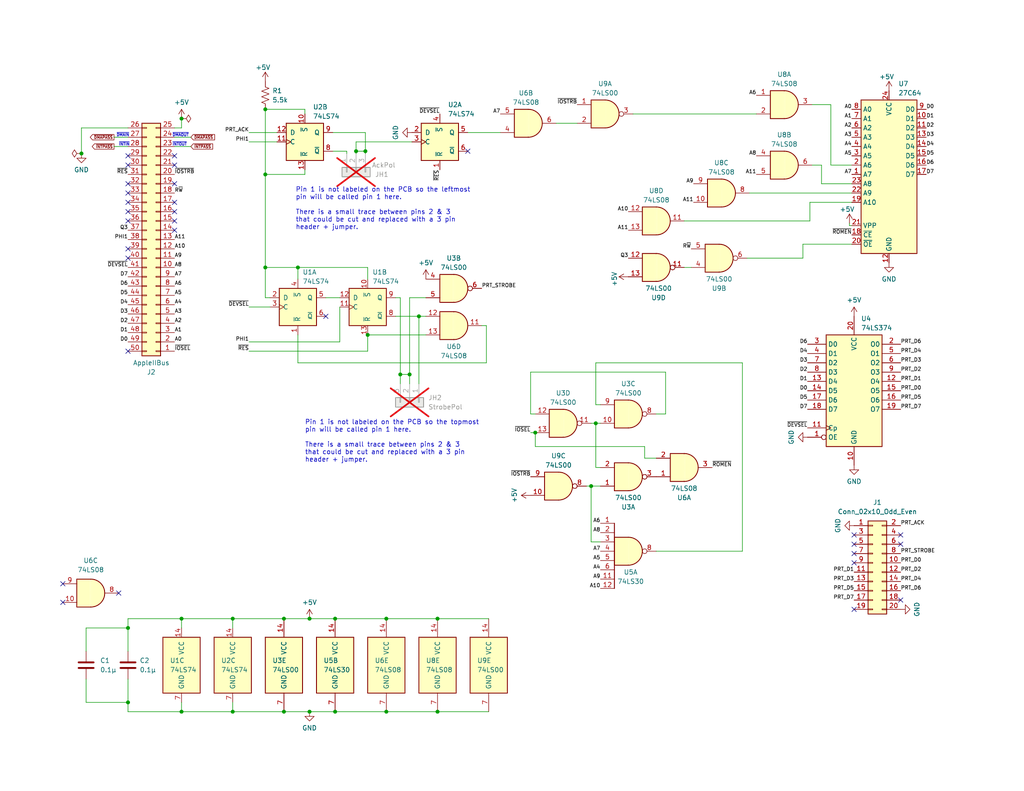
<source format=kicad_sch>
(kicad_sch (version 20230121) (generator eeschema)
  (paper "USLetter")
  (title_block (title "Prometheus PRT-1 Printer Card") (date "2023-09-21") (rev "C") (comment 2 "captured by Mark Aikens") (comment 3 "by Prometheus Products Inc") (comment 4 "Generic Apple II printer card"))
  (lib_symbols
    (symbol "74xx:74LS00" (pin_names (offset 1.016))
      (property "Reference" "U" (at 0 1.27 0))
      (property "Value" "74LS00" (at 0 -1.27 0))
      (symbol "74LS00_1_1"
        (pin input line (at -7.62 2.54 0) (length 3.81) (name "~") (number "1"))
        (pin input line (at -7.62 -2.54 0) (length 3.81) (name "~") (number "2"))
        (pin output inverted (at 7.62 0 180) (length 3.81) (name "~") (number "3"))
      )
      (symbol "74LS00_1_2"
        (pin input inverted (at -7.62 2.54 0) (length 4.318) (name "~") (number "1"))
        (pin input inverted (at -7.62 -2.54 0) (length 4.318) (name "~") (number "2"))
        (pin output line (at 7.62 0 180) (length 3.81) (name "~") (number "3"))
      )
      (symbol "74LS00_2_1"
        (pin input line (at -7.62 2.54 0) (length 3.81) (name "~") (number "4"))
        (pin input line (at -7.62 -2.54 0) (length 3.81) (name "~") (number "5"))
        (pin output inverted (at 7.62 0 180) (length 3.81) (name "~") (number "6"))
      )
      (symbol "74LS00_2_2"
        (pin input inverted (at -7.62 2.54 0) (length 4.318) (name "~") (number "4"))
        (pin input inverted (at -7.62 -2.54 0) (length 4.318) (name "~") (number "5"))
        (pin output line (at 7.62 0 180) (length 3.81) (name "~") (number "6"))
      )
      (symbol "74LS00_3_1"
        (pin input line (at -7.62 -2.54 0) (length 3.81) (name "~") (number "10"))
        (pin output inverted (at 7.62 0 180) (length 3.81) (name "~") (number "8"))
        (pin input line (at -7.62 2.54 0) (length 3.81) (name "~") (number "9"))
      )
      (symbol "74LS00_3_2"
        (pin input inverted (at -7.62 -2.54 0) (length 4.318) (name "~") (number "10"))
        (pin output line (at 7.62 0 180) (length 3.81) (name "~") (number "8"))
        (pin input inverted (at -7.62 2.54 0) (length 4.318) (name "~") (number "9"))
      )
      (symbol "74LS00_4_1"
        (pin output inverted (at 7.62 0 180) (length 3.81) (name "~") (number "11"))
        (pin input line (at -7.62 2.54 0) (length 3.81) (name "~") (number "12"))
        (pin input line (at -7.62 -2.54 0) (length 3.81) (name "~") (number "13"))
      )
      (symbol "74LS00_4_2"
        (pin output line (at 7.62 0 180) (length 3.81) (name "~") (number "11"))
        (pin input inverted (at -7.62 2.54 0) (length 4.318) (name "~") (number "12"))
        (pin input inverted (at -7.62 -2.54 0) (length 4.318) (name "~") (number "13"))
      )
      (symbol "74LS00_5_0"
        (pin power_in line (at 0 12.7 270) (length 5.08) (name "VCC") (number "14"))
        (pin power_in line (at 0 -12.7 90) (length 5.08) (name "GND") (number "7"))
      )
    )
    (symbol "74xx:74LS08" (pin_names (offset 1.016))
      (property "Reference" "U" (at 0 1.27 0))
      (property "Value" "74LS08" (at 0 -1.27 0))
      (symbol "74LS08_1_1"
        (pin input line (at -7.62 2.54 0) (length 3.81) (name "~") (number "1"))
        (pin input line (at -7.62 -2.54 0) (length 3.81) (name "~") (number "2"))
        (pin output line (at 7.62 0 180) (length 3.81) (name "~") (number "3"))
      )
      (symbol "74LS08_1_2"
        (pin input inverted (at -7.62 2.54 0) (length 4.318) (name "~") (number "1"))
        (pin input inverted (at -7.62 -2.54 0) (length 4.318) (name "~") (number "2"))
        (pin output inverted (at 7.62 0 180) (length 3.81) (name "~") (number "3"))
      )
      (symbol "74LS08_2_1"
        (pin input line (at -7.62 2.54 0) (length 3.81) (name "~") (number "4"))
        (pin input line (at -7.62 -2.54 0) (length 3.81) (name "~") (number "5"))
        (pin output line (at 7.62 0 180) (length 3.81) (name "~") (number "6"))
      )
      (symbol "74LS08_2_2"
        (pin input inverted (at -7.62 2.54 0) (length 4.318) (name "~") (number "4"))
        (pin input inverted (at -7.62 -2.54 0) (length 4.318) (name "~") (number "5"))
        (pin output inverted (at 7.62 0 180) (length 3.81) (name "~") (number "6"))
      )
      (symbol "74LS08_3_1"
        (pin input line (at -7.62 -2.54 0) (length 3.81) (name "~") (number "10"))
        (pin output line (at 7.62 0 180) (length 3.81) (name "~") (number "8"))
        (pin input line (at -7.62 2.54 0) (length 3.81) (name "~") (number "9"))
      )
      (symbol "74LS08_3_2"
        (pin input inverted (at -7.62 -2.54 0) (length 4.318) (name "~") (number "10"))
        (pin output inverted (at 7.62 0 180) (length 3.81) (name "~") (number "8"))
        (pin input inverted (at -7.62 2.54 0) (length 4.318) (name "~") (number "9"))
      )
      (symbol "74LS08_4_1"
        (pin output line (at 7.62 0 180) (length 3.81) (name "~") (number "11"))
        (pin input line (at -7.62 2.54 0) (length 3.81) (name "~") (number "12"))
        (pin input line (at -7.62 -2.54 0) (length 3.81) (name "~") (number "13"))
      )
      (symbol "74LS08_4_2"
        (pin output inverted (at 7.62 0 180) (length 3.81) (name "~") (number "11"))
        (pin input inverted (at -7.62 2.54 0) (length 4.318) (name "~") (number "12"))
        (pin input inverted (at -7.62 -2.54 0) (length 4.318) (name "~") (number "13"))
      )
      (symbol "74LS08_5_0"
        (pin power_in line (at 0 12.7 270) (length 5.08) (name "VCC") (number "14"))
        (pin power_in line (at 0 -12.7 90) (length 5.08) (name "GND") (number "7"))
      )
    )
    (symbol "74xx:74LS30" (pin_names (offset 1.016))
      (property "Reference" "U" (at 0 1.27 0))
      (property "Value" "74LS30" (at 0 -1.27 0))
      (symbol "74LS30_1_1"
        (pin input line (at -7.62 7.62 0) (length 3.81) (name "~") (number "1"))
        (pin input line (at -7.62 -7.62 0) (length 3.81) (name "~") (number "11"))
        (pin input line (at -7.62 -10.16 0) (length 3.81) (name "~") (number "12"))
        (pin input line (at -7.62 5.08 0) (length 3.81) (name "~") (number "2"))
        (pin input line (at -7.62 2.54 0) (length 3.81) (name "~") (number "3"))
        (pin input line (at -7.62 0 0) (length 3.81) (name "~") (number "4"))
        (pin input line (at -7.62 -2.54 0) (length 3.81) (name "~") (number "5"))
        (pin input line (at -7.62 -5.08 0) (length 3.81) (name "~") (number "6"))
        (pin output inverted (at 7.62 0 180) (length 3.81) (name "~") (number "8"))
      )
      (symbol "74LS30_1_2"
        (pin input inverted (at -7.62 7.62 0) (length 3.81) (name "~") (number "1"))
        (pin input inverted (at -7.62 -7.62 0) (length 3.81) (name "~") (number "11"))
        (pin input inverted (at -7.62 -10.16 0) (length 3.81) (name "~") (number "12"))
        (pin input inverted (at -7.62 5.08 0) (length 3.81) (name "~") (number "2"))
        (pin input inverted (at -7.62 2.54 0) (length 4.5466) (name "~") (number "3"))
        (pin input inverted (at -7.62 0 0) (length 5.08) (name "~") (number "4"))
        (pin input inverted (at -7.62 -2.54 0) (length 4.5466) (name "~") (number "5"))
        (pin input inverted (at -7.62 -5.08 0) (length 3.81) (name "~") (number "6"))
        (pin output line (at 7.62 0 180) (length 3.81) (name "~") (number "8"))
      )
      (symbol "74LS30_2_0"
        (pin power_in line (at 0 12.7 270) (length 5.08) (name "VCC") (number "14"))
        (pin power_in line (at 0 -12.7 90) (length 5.08) (name "GND") (number "7"))
      )
    )
    (symbol "74xx:74LS374"
      (property "Reference" "U" (at -7.62 16.51 0))
      (property "Value" "74LS374" (at -7.62 -16.51 0))
      (symbol "74LS374_1_0"
        (pin input inverted (at -12.7 -12.7 0) (length 5.08) (name "OE") (number "1"))
        (pin power_in line (at 0 -20.32 90) (length 5.08) (name "GND") (number "10"))
        (pin input clock (at -12.7 -10.16 0) (length 5.08) (name "Cp") (number "11"))
        (pin tri_state line (at 12.7 2.54 180) (length 5.08) (name "O4") (number "12"))
        (pin input line (at -12.7 2.54 0) (length 5.08) (name "D4") (number "13"))
        (pin input line (at -12.7 0 0) (length 5.08) (name "D5") (number "14"))
        (pin tri_state line (at 12.7 0 180) (length 5.08) (name "O5") (number "15"))
        (pin tri_state line (at 12.7 -2.54 180) (length 5.08) (name "O6") (number "16"))
        (pin input line (at -12.7 -2.54 0) (length 5.08) (name "D6") (number "17"))
        (pin input line (at -12.7 -5.08 0) (length 5.08) (name "D7") (number "18"))
        (pin tri_state line (at 12.7 -5.08 180) (length 5.08) (name "O7") (number "19"))
        (pin tri_state line (at 12.7 12.7 180) (length 5.08) (name "O0") (number "2"))
        (pin power_in line (at 0 20.32 270) (length 5.08) (name "VCC") (number "20"))
        (pin input line (at -12.7 12.7 0) (length 5.08) (name "D0") (number "3"))
        (pin input line (at -12.7 10.16 0) (length 5.08) (name "D1") (number "4"))
        (pin tri_state line (at 12.7 10.16 180) (length 5.08) (name "O1") (number "5"))
        (pin tri_state line (at 12.7 7.62 180) (length 5.08) (name "O2") (number "6"))
        (pin input line (at -12.7 7.62 0) (length 5.08) (name "D2") (number "7"))
        (pin input line (at -12.7 5.08 0) (length 5.08) (name "D3") (number "8"))
        (pin tri_state line (at 12.7 5.08 180) (length 5.08) (name "O3") (number "9"))
      )
    )
    (symbol "74xx:74LS74" (pin_names (offset 1.016))
      (property "Reference" "U" (at -7.62 8.89 0))
      (property "Value" "74LS74" (at -7.62 -8.89 0))
      (symbol "74LS74_1_0"
        (pin input line (at 0 -7.62 90) (length 2.54) (name "~{R}") (number "1"))
        (pin input line (at -7.62 2.54 0) (length 2.54) (name "D") (number "2"))
        (pin input clock (at -7.62 0 0) (length 2.54) (name "C") (number "3"))
        (pin input line (at 0 7.62 270) (length 2.54) (name "~{S}") (number "4"))
        (pin output line (at 7.62 2.54 180) (length 2.54) (name "Q") (number "5"))
        (pin output line (at 7.62 -2.54 180) (length 2.54) (name "~{Q}") (number "6"))
      )
      (symbol "74LS74_2_0"
        (pin input line (at 0 7.62 270) (length 2.54) (name "~{S}") (number "10"))
        (pin input clock (at -7.62 0 0) (length 2.54) (name "C") (number "11"))
        (pin input line (at -7.62 2.54 0) (length 2.54) (name "D") (number "12"))
        (pin input line (at 0 -7.62 90) (length 2.54) (name "~{R}") (number "13"))
        (pin output line (at 7.62 -2.54 180) (length 2.54) (name "~{Q}") (number "8"))
        (pin output line (at 7.62 2.54 180) (length 2.54) (name "Q") (number "9"))
      )
      (symbol "74LS74_3_0"
        (pin power_in line (at 0 10.16 270) (length 2.54) (name "VCC") (number "14"))
        (pin power_in line (at 0 -10.16 90) (length 2.54) (name "GND") (number "7"))
      )
    )
    (symbol "Connector_Generic:Conn_01x03" (pin_names (offset 1.016) hide)
      (property "Reference" "J" (at 0 5.08 0))
      (property "Value" "Conn_01x03" (at 0 -5.08 0))
      (symbol "Conn_01x03_1_1"
        (pin passive line (at -5.08 2.54 0) (length 3.81) (name "Pin_1") (number "1"))
        (pin passive line (at -5.08 0 0) (length 3.81) (name "Pin_2") (number "2"))
        (pin passive line (at -5.08 -2.54 0) (length 3.81) (name "Pin_3") (number "3"))
      )
    )
    (symbol "Connector_Generic:Conn_02x10_Odd_Even" (pin_names (offset 1.016) hide)
      (property "Reference" "J" (at 1.27 12.7 0))
      (property "Value" "Conn_02x10_Odd_Even" (at 1.27 -15.24 0))
      (symbol "Conn_02x10_Odd_Even_1_1"
        (pin passive line (at -5.08 10.16 0) (length 3.81) (name "Pin_1") (number "1"))
        (pin passive line (at 7.62 0 180) (length 3.81) (name "Pin_10") (number "10"))
        (pin passive line (at -5.08 -2.54 0) (length 3.81) (name "Pin_11") (number "11"))
        (pin passive line (at 7.62 -2.54 180) (length 3.81) (name "Pin_12") (number "12"))
        (pin passive line (at -5.08 -5.08 0) (length 3.81) (name "Pin_13") (number "13"))
        (pin passive line (at 7.62 -5.08 180) (length 3.81) (name "Pin_14") (number "14"))
        (pin passive line (at -5.08 -7.62 0) (length 3.81) (name "Pin_15") (number "15"))
        (pin passive line (at 7.62 -7.62 180) (length 3.81) (name "Pin_16") (number "16"))
        (pin passive line (at -5.08 -10.16 0) (length 3.81) (name "Pin_17") (number "17"))
        (pin passive line (at 7.62 -10.16 180) (length 3.81) (name "Pin_18") (number "18"))
        (pin passive line (at -5.08 -12.7 0) (length 3.81) (name "Pin_19") (number "19"))
        (pin passive line (at 7.62 10.16 180) (length 3.81) (name "Pin_2") (number "2"))
        (pin passive line (at 7.62 -12.7 180) (length 3.81) (name "Pin_20") (number "20"))
        (pin passive line (at -5.08 7.62 0) (length 3.81) (name "Pin_3") (number "3"))
        (pin passive line (at 7.62 7.62 180) (length 3.81) (name "Pin_4") (number "4"))
        (pin passive line (at -5.08 5.08 0) (length 3.81) (name "Pin_5") (number "5"))
        (pin passive line (at 7.62 5.08 180) (length 3.81) (name "Pin_6") (number "6"))
        (pin passive line (at -5.08 2.54 0) (length 3.81) (name "Pin_7") (number "7"))
        (pin passive line (at 7.62 2.54 180) (length 3.81) (name "Pin_8") (number "8"))
        (pin passive line (at -5.08 0 0) (length 3.81) (name "Pin_9") (number "9"))
      )
    )
    (symbol "Connector_Generic:Conn_02x25_Counter_Clockwise" (pin_names (offset 1.016) hide)
      (property "Reference" "J" (at 1.27 33.02 0))
      (property "Value" "Conn_02x25_Counter_Clockwise" (at 1.27 -33.02 0))
      (symbol "Conn_02x25_Counter_Clockwise_1_1"
        (pin passive line (at -5.08 30.48 0) (length 3.81) (name "Pin_1") (number "1"))
        (pin passive line (at -5.08 7.62 0) (length 3.81) (name "Pin_10") (number "10"))
        (pin passive line (at -5.08 5.08 0) (length 3.81) (name "Pin_11") (number "11"))
        (pin passive line (at -5.08 2.54 0) (length 3.81) (name "Pin_12") (number "12"))
        (pin passive line (at -5.08 0 0) (length 3.81) (name "Pin_13") (number "13"))
        (pin passive line (at -5.08 -2.54 0) (length 3.81) (name "Pin_14") (number "14"))
        (pin passive line (at -5.08 -5.08 0) (length 3.81) (name "Pin_15") (number "15"))
        (pin passive line (at -5.08 -7.62 0) (length 3.81) (name "Pin_16") (number "16"))
        (pin passive line (at -5.08 -10.16 0) (length 3.81) (name "Pin_17") (number "17"))
        (pin passive line (at -5.08 -12.7 0) (length 3.81) (name "Pin_18") (number "18"))
        (pin passive line (at -5.08 -15.24 0) (length 3.81) (name "Pin_19") (number "19"))
        (pin passive line (at -5.08 27.94 0) (length 3.81) (name "Pin_2") (number "2"))
        (pin passive line (at -5.08 -17.78 0) (length 3.81) (name "Pin_20") (number "20"))
        (pin passive line (at -5.08 -20.32 0) (length 3.81) (name "Pin_21") (number "21"))
        (pin passive line (at -5.08 -22.86 0) (length 3.81) (name "Pin_22") (number "22"))
        (pin passive line (at -5.08 -25.4 0) (length 3.81) (name "Pin_23") (number "23"))
        (pin passive line (at -5.08 -27.94 0) (length 3.81) (name "Pin_24") (number "24"))
        (pin passive line (at -5.08 -30.48 0) (length 3.81) (name "Pin_25") (number "25"))
        (pin passive line (at 7.62 -30.48 180) (length 3.81) (name "Pin_26") (number "26"))
        (pin passive line (at 7.62 -27.94 180) (length 3.81) (name "Pin_27") (number "27"))
        (pin passive line (at 7.62 -25.4 180) (length 3.81) (name "Pin_28") (number "28"))
        (pin passive line (at 7.62 -22.86 180) (length 3.81) (name "Pin_29") (number "29"))
        (pin passive line (at -5.08 25.4 0) (length 3.81) (name "Pin_3") (number "3"))
        (pin passive line (at 7.62 -20.32 180) (length 3.81) (name "Pin_30") (number "30"))
        (pin passive line (at 7.62 -17.78 180) (length 3.81) (name "Pin_31") (number "31"))
        (pin passive line (at 7.62 -15.24 180) (length 3.81) (name "Pin_32") (number "32"))
        (pin passive line (at 7.62 -12.7 180) (length 3.81) (name "Pin_33") (number "33"))
        (pin passive line (at 7.62 -10.16 180) (length 3.81) (name "Pin_34") (number "34"))
        (pin passive line (at 7.62 -7.62 180) (length 3.81) (name "Pin_35") (number "35"))
        (pin passive line (at 7.62 -5.08 180) (length 3.81) (name "Pin_36") (number "36"))
        (pin passive line (at 7.62 -2.54 180) (length 3.81) (name "Pin_37") (number "37"))
        (pin passive line (at 7.62 0 180) (length 3.81) (name "Pin_38") (number "38"))
        (pin passive line (at 7.62 2.54 180) (length 3.81) (name "Pin_39") (number "39"))
        (pin passive line (at -5.08 22.86 0) (length 3.81) (name "Pin_4") (number "4"))
        (pin passive line (at 7.62 5.08 180) (length 3.81) (name "Pin_40") (number "40"))
        (pin passive line (at 7.62 7.62 180) (length 3.81) (name "Pin_41") (number "41"))
        (pin passive line (at 7.62 10.16 180) (length 3.81) (name "Pin_42") (number "42"))
        (pin passive line (at 7.62 12.7 180) (length 3.81) (name "Pin_43") (number "43"))
        (pin passive line (at 7.62 15.24 180) (length 3.81) (name "Pin_44") (number "44"))
        (pin passive line (at 7.62 17.78 180) (length 3.81) (name "Pin_45") (number "45"))
        (pin passive line (at 7.62 20.32 180) (length 3.81) (name "Pin_46") (number "46"))
        (pin passive line (at 7.62 22.86 180) (length 3.81) (name "Pin_47") (number "47"))
        (pin passive line (at 7.62 25.4 180) (length 3.81) (name "Pin_48") (number "48"))
        (pin passive line (at 7.62 27.94 180) (length 3.81) (name "Pin_49") (number "49"))
        (pin passive line (at -5.08 20.32 0) (length 3.81) (name "Pin_5") (number "5"))
        (pin passive line (at 7.62 30.48 180) (length 3.81) (name "Pin_50") (number "50"))
        (pin passive line (at -5.08 17.78 0) (length 3.81) (name "Pin_6") (number "6"))
        (pin passive line (at -5.08 15.24 0) (length 3.81) (name "Pin_7") (number "7"))
        (pin passive line (at -5.08 12.7 0) (length 3.81) (name "Pin_8") (number "8"))
        (pin passive line (at -5.08 10.16 0) (length 3.81) (name "Pin_9") (number "9"))
      )
    )
    (symbol "Device:C" (pin_numbers hide) (pin_names (offset 0.254))
      (property "Reference" "C" (at 0.635 2.54 0))
      (property "Value" "C" (at 0.635 -2.54 0))
      (symbol "C_1_1"
        (pin passive line (at 0 3.81 270) (length 2.794) (name "~") (number "1"))
        (pin passive line (at 0 -3.81 90) (length 2.794) (name "~") (number "2"))
      )
    )
    (symbol "Device:R_US" (pin_numbers hide) (pin_names (offset 0))
      (property "Reference" "R" (at 2.54 0 90))
      (property "Value" "R_US" (at -2.54 0 90))
      (symbol "R_US_1_1"
        (pin passive line (at 0 3.81 270) (length 1.27) (name "~") (number "1"))
        (pin passive line (at 0 -3.81 90) (length 1.27) (name "~") (number "2"))
      )
    )
    (symbol "Memory:27C16"
      (property "Reference" "U" (at -7.62 24.13 0))
      (property "Value" "27C16" (at 2.54 -20.32 0))
      (symbol "27C16_1_1"
        (pin input line (at -10.16 2.54 0) (length 2.54) (name "A7") (number "1"))
        (pin tri_state line (at 10.16 17.78 180) (length 2.54) (name "D1") (number "10"))
        (pin tri_state line (at 10.16 15.24 180) (length 2.54) (name "D2") (number "11"))
        (pin power_in line (at 0 -21.59 90) (length 2.54) (name "GND") (number "12"))
        (pin tri_state line (at 10.16 12.7 180) (length 2.54) (name "D3") (number "13"))
        (pin tri_state line (at 10.16 10.16 180) (length 2.54) (name "D4") (number "14"))
        (pin tri_state line (at 10.16 7.62 180) (length 2.54) (name "D5") (number "15"))
        (pin tri_state line (at 10.16 5.08 180) (length 2.54) (name "D6") (number "16"))
        (pin tri_state line (at 10.16 2.54 180) (length 2.54) (name "D7") (number "17"))
        (pin input line (at -10.16 -13.97 0) (length 2.54) (name "~{CE}") (number "18"))
        (pin input line (at -10.16 -5.08 0) (length 2.54) (name "A10") (number "19"))
        (pin input line (at -10.16 5.08 0) (length 2.54) (name "A6") (number "2"))
        (pin input line (at -10.16 -16.51 0) (length 2.54) (name "~{OE}") (number "20"))
        (pin input line (at -10.16 -11.43 0) (length 2.54) (name "VPP") (number "21"))
        (pin input line (at -10.16 -2.54 0) (length 2.54) (name "A9") (number "22"))
        (pin input line (at -10.16 0 0) (length 2.54) (name "A8") (number "23"))
        (pin power_in line (at 0 25.4 270) (length 2.54) (name "VCC") (number "24"))
        (pin input line (at -10.16 7.62 0) (length 2.54) (name "A5") (number "3"))
        (pin input line (at -10.16 10.16 0) (length 2.54) (name "A4") (number "4"))
        (pin input line (at -10.16 12.7 0) (length 2.54) (name "A3") (number "5"))
        (pin input line (at -10.16 15.24 0) (length 2.54) (name "A2") (number "6"))
        (pin input line (at -10.16 17.78 0) (length 2.54) (name "A1") (number "7"))
        (pin input line (at -10.16 20.32 0) (length 2.54) (name "A0") (number "8"))
        (pin tri_state line (at 10.16 20.32 180) (length 2.54) (name "D0") (number "9"))
      )
    )
    (symbol "power:+5V" (power) (pin_names (offset 0))
      (property "Value" "+5V" (at 0 3.556 0))
      (symbol "+5V_1_1"
        (pin power_in line (at 0 0 90) (length 0) hide (name "+5V") (number "1"))
      )
    )
    (symbol "power:GND" (power) (pin_names (offset 0))
      (property "Value" "GND" (at 0 -3.81 0))
      (symbol "GND_1_1"
        (pin power_in line (at 0 0 270) (length 0) hide (name "GND") (number "1"))
      )
    )
    (symbol "power:PWR_FLAG" (power) (pin_numbers hide) (pin_names (offset 0) hide)
      (property "Value" "PWR_FLAG" (at 0 3.81 0))
      (symbol "PWR_FLAG_0_0"
        (pin power_out line (at 0 0 90) (length 0) (name "pwr") (number "1"))
      )
    )
  )
  (junction (at 105.41 168.91))
  (junction (at 49.53 32.385))
  (junction (at 114.3 86.36))
  (junction (at 111.76 102.235))
  (junction (at 99.695 41.275))
  (junction (at 63.5 168.91))
  (junction (at 77.47 194.31))
  (junction (at 146.05 118.11))
  (junction (at 84.455 168.91))
  (junction (at 72.39 73.025))
  (junction (at 100.33 91.44))
  (junction (at 162.56 115.57))
  (junction (at 49.53 168.91))
  (junction (at 109.22 102.235))
  (junction (at 91.44 194.31))
  (junction (at 72.39 47.625))
  (junction (at 91.44 168.91))
  (junction (at 119.38 194.31))
  (junction (at 97.155 41.275))
  (junction (at 34.925 171.45))
  (junction (at 81.28 73.025))
  (junction (at 161.29 132.715))
  (junction (at 105.41 194.31))
  (junction (at 22.225 41.91))
  (junction (at 119.38 168.91))
  (junction (at 72.39 29.845))
  (junction (at 49.53 194.31))
  (junction (at 34.925 191.77))
  (junction (at 77.47 168.91))
  (junction (at 84.455 194.31))
  (junction (at 63.5 194.31))
  (no_connect (at 127.635 41.275))
  (no_connect (at 34.925 50.165))
  (no_connect (at 34.925 45.085))
  (no_connect (at 34.925 55.245))
  (no_connect (at 245.745 146.05))
  (no_connect (at 233.045 151.13))
  (no_connect (at 34.925 95.885))
  (no_connect (at 233.045 146.05))
  (no_connect (at 34.925 60.325))
  (no_connect (at 34.925 67.945))
  (no_connect (at 34.925 70.485))
  (no_connect (at 47.625 62.865))
  (no_connect (at 34.925 57.785))
  (no_connect (at 88.9 86.36))
  (no_connect (at 17.145 164.465))
  (no_connect (at 233.045 166.37))
  (no_connect (at 47.625 50.165))
  (no_connect (at 47.625 57.785))
  (no_connect (at 47.625 42.545))
  (no_connect (at 47.625 45.085))
  (no_connect (at 17.145 159.385))
  (no_connect (at 34.925 42.545))
  (no_connect (at 233.045 148.59))
  (no_connect (at 32.385 161.925))
  (no_connect (at 245.745 148.59))
  (no_connect (at 245.745 163.83))
  (no_connect (at 47.625 55.245))
  (no_connect (at 233.045 153.67))
  (no_connect (at 34.925 52.705))
  (no_connect (at 47.625 60.325))
  (wire (pts (xy 144.78 118.11) (xy 146.05 118.11)))
  (wire (pts (xy 132.715 88.9) (xy 132.715 99.06)))
  (wire (pts (xy 162.56 127.635) (xy 163.83 127.635)))
  (wire (pts (xy 219.075 70.485) (xy 203.835 70.485)))
  (wire (pts (xy 175.895 121.92) (xy 175.895 125.095)))
  (wire (pts (xy 67.945 36.195) (xy 75.565 36.195)))
  (wire (pts (xy 84.455 194.31) (xy 91.44 194.31)))
  (wire (pts (xy 72.39 73.025) (xy 81.28 73.025)))
  (wire (pts (xy 220.98 55.245) (xy 232.41 55.245)))
  (wire (pts (xy 109.22 102.235) (xy 111.76 102.235)))
  (wire (pts (xy 172.72 31.115) (xy 206.375 31.115)))
  (wire (pts (xy 72.39 29.845) (xy 83.185 29.845)))
  (wire (pts (xy 23.495 171.45) (xy 23.495 177.8)))
  (wire (pts (xy 67.945 83.82) (xy 73.66 83.82)))
  (wire (pts (xy 181.61 113.03) (xy 181.61 101.6)))
  (wire (pts (xy 132.715 99.06) (xy 81.28 99.06)))
  (wire (pts (xy 23.495 191.77) (xy 23.495 185.42)))
  (wire (pts (xy 88.9 81.28) (xy 92.71 81.28)))
  (wire (pts (xy 105.41 194.31) (xy 119.38 194.31)))
  (wire (pts (xy 162.56 115.57) (xy 163.83 115.57)))
  (wire (pts (xy 49.53 168.91) (xy 49.53 171.45)))
  (wire (pts (xy 161.29 132.715) (xy 163.83 132.715)))
  (wire (pts (xy 97.155 41.91) (xy 97.155 41.275)))
  (wire (pts (xy 186.69 60.325) (xy 220.98 60.325)))
  (wire (pts (xy 72.39 29.845) (xy 72.39 47.625)))
  (wire (pts (xy 114.3 86.36) (xy 114.3 104.775)))
  (wire (pts (xy 162.56 110.49) (xy 163.83 110.49)))
  (wire (pts (xy 67.945 95.885) (xy 100.33 95.885)))
  (wire (pts (xy 94.615 41.275) (xy 90.805 41.275)))
  (wire (pts (xy 179.07 150.495) (xy 202.565 150.495)))
  (wire (pts (xy 49.53 194.31) (xy 34.925 194.31)))
  (wire (pts (xy 91.44 194.31) (xy 105.41 194.31)))
  (wire (pts (xy 114.3 86.36) (xy 116.205 86.36)))
  (wire (pts (xy 77.47 168.91) (xy 84.455 168.91)))
  (wire (pts (xy 72.39 73.025) (xy 72.39 81.28)))
  (wire (pts (xy 34.925 191.77) (xy 23.495 191.77)))
  (wire (pts (xy 100.33 91.44) (xy 116.205 91.44)))
  (wire (pts (xy 146.05 118.11) (xy 146.05 121.92)))
  (wire (pts (xy 83.185 47.625) (xy 83.185 46.355)))
  (wire (pts (xy 83.185 29.845) (xy 83.185 31.115)))
  (wire (pts (xy 99.695 36.195) (xy 99.695 41.275)))
  (wire (pts (xy 111.76 81.28) (xy 116.205 81.28)))
  (wire (pts (xy 119.38 168.91) (xy 133.35 168.91)))
  (wire (pts (xy 77.47 194.31) (xy 84.455 194.31)))
  (wire (pts (xy 202.565 99.06) (xy 162.56 99.06)))
  (wire (pts (xy 131.445 88.9) (xy 132.715 88.9)))
  (wire (pts (xy 163.83 147.955) (xy 161.29 147.955)))
  (wire (pts (xy 175.895 125.095) (xy 179.07 125.095)))
  (wire (pts (xy 31.115 37.465) (xy 34.925 37.465)))
  (wire (pts (xy 72.39 47.625) (xy 83.185 47.625)))
  (wire (pts (xy 90.805 36.195) (xy 99.695 36.195)))
  (wire (pts (xy 63.5 168.91) (xy 77.47 168.91)))
  (wire (pts (xy 100.33 76.2) (xy 100.33 73.025)))
  (wire (pts (xy 109.22 81.28) (xy 109.22 102.235)))
  (wire (pts (xy 49.53 194.31) (xy 49.53 191.77)))
  (wire (pts (xy 49.53 168.91) (xy 34.925 168.91)))
  (wire (pts (xy 224.155 50.165) (xy 224.155 45.085)))
  (wire (pts (xy 127.635 36.195) (xy 136.525 36.195)))
  (wire (pts (xy 34.925 171.45) (xy 23.495 171.45)))
  (wire (pts (xy 162.56 99.06) (xy 162.56 110.49)))
  (wire (pts (xy 99.695 41.91) (xy 99.695 41.275)))
  (wire (pts (xy 47.625 37.465) (xy 52.07 37.465)))
  (wire (pts (xy 31.115 40.005) (xy 34.925 40.005)))
  (wire (pts (xy 72.39 81.28) (xy 73.66 81.28)))
  (wire (pts (xy 144.78 113.03) (xy 146.05 113.03)))
  (wire (pts (xy 67.945 38.735) (xy 75.565 38.735)))
  (wire (pts (xy 34.925 191.77) (xy 34.925 185.42)))
  (wire (pts (xy 63.5 191.77) (xy 63.5 194.31)))
  (wire (pts (xy 144.78 101.6) (xy 144.78 113.03)))
  (wire (pts (xy 92.71 83.82) (xy 92.71 93.345)))
  (wire (pts (xy 161.29 147.955) (xy 161.29 132.715)))
  (wire (pts (xy 111.76 104.775) (xy 111.76 102.235)))
  (wire (pts (xy 81.28 73.025) (xy 81.28 76.2)))
  (wire (pts (xy 49.53 32.385) (xy 49.53 34.925)))
  (wire (pts (xy 81.28 91.44) (xy 81.28 99.06)))
  (wire (pts (xy 109.22 102.235) (xy 109.22 104.775)))
  (wire (pts (xy 97.155 38.735) (xy 112.395 38.735)))
  (wire (pts (xy 91.44 168.91) (xy 105.41 168.91)))
  (wire (pts (xy 34.925 168.91) (xy 34.925 171.45)))
  (wire (pts (xy 224.155 45.085) (xy 221.615 45.085)))
  (wire (pts (xy 97.155 41.275) (xy 97.155 38.735)))
  (wire (pts (xy 202.565 150.495) (xy 202.565 99.06)))
  (wire (pts (xy 81.28 73.025) (xy 100.33 73.025)))
  (wire (pts (xy 22.225 34.925) (xy 22.225 41.91)))
  (wire (pts (xy 34.925 171.45) (xy 34.925 177.8)))
  (wire (pts (xy 224.155 50.165) (xy 232.41 50.165)))
  (wire (pts (xy 114.3 86.36) (xy 107.95 86.36)))
  (wire (pts (xy 107.95 81.28) (xy 109.22 81.28)))
  (wire (pts (xy 63.5 168.91) (xy 63.5 171.45)))
  (wire (pts (xy 111.76 81.28) (xy 111.76 102.235)))
  (wire (pts (xy 105.41 168.91) (xy 119.38 168.91)))
  (wire (pts (xy 119.38 194.31) (xy 133.35 194.31)))
  (wire (pts (xy 100.33 91.44) (xy 100.33 95.885)))
  (wire (pts (xy 181.61 101.6) (xy 144.78 101.6)))
  (wire (pts (xy 231.775 61.595) (xy 232.41 61.595)))
  (wire (pts (xy 97.155 41.275) (xy 99.695 41.275)))
  (wire (pts (xy 226.695 45.085) (xy 226.695 28.575)))
  (wire (pts (xy 63.5 168.91) (xy 49.53 168.91)))
  (wire (pts (xy 231.775 60.96) (xy 231.775 61.595)))
  (wire (pts (xy 226.695 45.085) (xy 232.41 45.085)))
  (wire (pts (xy 34.925 194.31) (xy 34.925 191.77)))
  (wire (pts (xy 179.07 113.03) (xy 181.61 113.03)))
  (wire (pts (xy 204.47 52.705) (xy 232.41 52.705)))
  (wire (pts (xy 161.29 132.715) (xy 160.02 132.715)))
  (wire (pts (xy 63.5 194.31) (xy 77.47 194.31)))
  (wire (pts (xy 161.29 115.57) (xy 162.56 115.57)))
  (wire (pts (xy 67.945 93.345) (xy 92.71 93.345)))
  (wire (pts (xy 63.5 194.31) (xy 49.53 194.31)))
  (wire (pts (xy 47.625 40.005) (xy 52.07 40.005)))
  (wire (pts (xy 220.98 60.325) (xy 220.98 55.245)))
  (wire (pts (xy 188.595 73.025) (xy 186.69 73.025)))
  (wire (pts (xy 219.075 66.675) (xy 219.075 70.485)))
  (wire (pts (xy 94.615 41.91) (xy 94.615 41.275)))
  (wire (pts (xy 162.56 115.57) (xy 162.56 127.635)))
  (wire (pts (xy 226.695 28.575) (xy 221.615 28.575)))
  (wire (pts (xy 84.455 168.91) (xy 91.44 168.91)))
  (wire (pts (xy 34.925 34.925) (xy 22.225 34.925)))
  (wire (pts (xy 72.39 47.625) (xy 72.39 73.025)))
  (wire (pts (xy 49.53 34.925) (xy 47.625 34.925)))
  (wire (pts (xy 157.48 33.655) (xy 151.765 33.655)))
  (wire (pts (xy 232.41 66.675) (xy 219.075 66.675)))
  (wire (pts (xy 146.05 121.92) (xy 175.895 121.92)))
  (text "Pin 1 is not labeled on the PCB so the leftmost\npin will be called pin 1 here.\n\nThere is a small trace between pins 2 & 3\nthat could be cut and replaced with a 3 pin\nheader + jumper." (at 80.645 62.865 0) (effects (font (size 1.27 1.27)) (justify left bottom)))
  (text "~{DMAIN}" (at 31.75 37.465 0) (effects (font (size 0.75 0.75)) (justify left bottom)))
  (text "~{INTOUT}" (at 46.99 40.005 0) (effects (font (size 0.75 0.75)) (justify left bottom)))
  (text "~{DMAOUT}" (at 46.99 37.465 0) (effects (font (size 0.75 0.75)) (justify left bottom)))
  (text "~{INTIN}" (at 32.385 40.005 0) (effects (font (size 0.75 0.75)) (justify left bottom)))
  (text "Pin 1 is not labeled on the PCB so the topmost\npin will be called pin 1 here.\n\nThere is a small trace between pins 2 & 3\nthat could be cut and replaced with a 3 pin\nheader + jumper." (at 83.185 126.365 0) (effects (font (size 1.27 1.27)) (justify left bottom)))
  (label "D3" (at 220.345 99.06 180) (effects (font (size 1 1))))
  (label "A11" (at 47.625 65.405 0) (effects (font (size 1 1))))
  (label "Q3" (at 34.925 62.865 180) (effects (font (size 1 1))))
  (label "PHI1" (at 67.945 93.345 180) (effects (font (size 1 1))))
  (label "A3" (at 47.625 85.725 0) (effects (font (size 1 1))))
  (label "A6" (at 47.625 78.105 0) (effects (font (size 1 1))))
  (label "~{IOSTRB}" (at 47.625 47.625 0) (effects (font (size 1 1))))
  (label "PRT_ACK" (at 245.745 143.51 0) (effects (font (size 1 1))))
  (label "PRT_D1" (at 233.045 156.21 180) (effects (font (size 1 1))))
  (label "D5" (at 34.925 80.645 180) (effects (font (size 1 1))))
  (label "A7" (at 163.83 150.495 180) (effects (font (size 1 1))))
  (label "D2" (at 34.925 88.265 180) (effects (font (size 1 1))))
  (label "A3" (at 232.41 37.465 180) (effects (font (size 1 1))))
  (label "A0" (at 232.41 29.845 180) (effects (font (size 1 1))))
  (label "PRT_D7" (at 233.045 163.83 180) (effects (font (size 1 1))))
  (label "~{DEVSEL}" (at 67.945 83.82 180) (effects (font (size 1 1))))
  (label "PRT_D1" (at 245.745 104.14 0) (effects (font (size 1 1))))
  (label "PRT_D7" (at 245.745 111.76 0) (effects (font (size 1 1))))
  (label "A4" (at 232.41 40.005 180) (effects (font (size 1 1))))
  (label "~{DEVSEL}" (at 220.345 116.84 180) (effects (font (size 1 1))))
  (label "A5" (at 232.41 42.545 180) (effects (font (size 1 1))))
  (label "PRT_D4" (at 245.745 158.75 0) (effects (font (size 1 1))))
  (label "A11" (at 189.23 55.245 180) (effects (font (size 1 1))))
  (label "PRT_D0" (at 245.745 106.68 0) (effects (font (size 1 1))))
  (label "D0" (at 252.73 29.845 0) (effects (font (size 1 1))))
  (label "A9" (at 47.625 70.485 0) (effects (font (size 1 1))))
  (label "A4" (at 47.625 83.185 0) (effects (font (size 1 1))))
  (label "~{IOSTRB}" (at 157.48 28.575 180) (effects (font (size 1 1))))
  (label "PHI1" (at 67.945 38.735 180) (effects (font (size 1 1))))
  (label "D6" (at 34.925 78.105 180) (effects (font (size 1 1))))
  (label "PRT_D4" (at 245.745 96.52 0) (effects (font (size 1 1))))
  (label "A9" (at 163.83 158.115 180) (effects (font (size 1 1))))
  (label "~{ROMEN}" (at 194.31 127.635 0) (effects (font (size 1 1))))
  (label "D1" (at 34.925 90.805 180) (effects (font (size 1 1))))
  (label "~{ROMEN}" (at 232.41 64.135 180) (effects (font (size 1 1))))
  (label "PRT_D0" (at 245.745 153.67 0) (effects (font (size 1 1))))
  (label "A6" (at 206.375 26.035 180) (effects (font (size 1 1))))
  (label "PRT_D6" (at 245.745 161.29 0) (effects (font (size 1 1))))
  (label "D0" (at 34.925 93.345 180) (effects (font (size 1 1))))
  (label "A8" (at 47.625 73.025 0) (effects (font (size 1 1))))
  (label "PRT_D5" (at 245.745 109.22 0) (effects (font (size 1 1))))
  (label "D3" (at 252.73 37.465 0) (effects (font (size 1 1))))
  (label "A7" (at 47.625 75.565 0) (effects (font (size 1 1))))
  (label "D7" (at 220.345 111.76 180) (effects (font (size 1 1))))
  (label "D6" (at 220.345 93.98 180) (effects (font (size 1 1))))
  (label "D5" (at 220.345 109.22 180) (effects (font (size 1 1))))
  (label "A8" (at 163.83 145.415 180) (effects (font (size 1 1))))
  (label "PRT_D3" (at 245.745 99.06 0) (effects (font (size 1 1))))
  (label "A0" (at 47.625 93.345 0) (effects (font (size 1 1))))
  (label "A1" (at 232.41 32.385 180) (effects (font (size 1 1))))
  (label "A1" (at 47.625 90.805 0) (effects (font (size 1 1))))
  (label "A6" (at 163.83 142.875 180) (effects (font (size 1 1))))
  (label "~{DEVSEL}" (at 34.925 73.025 180) (effects (font (size 1 1))))
  (label "PRT_STROBE" (at 245.745 151.13 0) (effects (font (size 1 1))))
  (label "A10" (at 47.625 67.945 0) (effects (font (size 1 1))))
  (label "D1" (at 252.73 32.385 0) (effects (font (size 1 1))))
  (label "A7" (at 232.41 47.625 180) (effects (font (size 1 1))))
  (label "PRT_D2" (at 245.745 101.6 0) (effects (font (size 1 1))))
  (label "PRT_D6" (at 245.745 93.98 0) (effects (font (size 1 1))))
  (label "A5" (at 47.625 80.645 0) (effects (font (size 1 1))))
  (label "D2" (at 220.345 101.6 180) (effects (font (size 1 1))))
  (label "D7" (at 34.925 75.565 180) (effects (font (size 1 1))))
  (label "D5" (at 252.73 42.545 0) (effects (font (size 1 1))))
  (label "A2" (at 47.625 88.265 0) (effects (font (size 1 1))))
  (label "A9" (at 189.23 50.165 180) (effects (font (size 1 1))))
  (label "Q3" (at 171.45 70.485 180) (effects (font (size 1 1))))
  (label "A10" (at 163.83 160.655 180) (effects (font (size 1 1))))
  (label "~{RES}" (at 67.945 95.885 180) (effects (font (size 1 1))))
  (label "~{IOSEL}" (at 144.78 118.11 180) (effects (font (size 1 1))))
  (label "A11" (at 171.45 62.865 180) (effects (font (size 1 1))))
  (label "R~{W}" (at 188.595 67.945 180) (effects (font (size 1 1))))
  (label "~{IOSTRB}" (at 144.78 130.175 180) (effects (font (size 1 1))))
  (label "A2" (at 232.41 34.925 180) (effects (font (size 1 1))))
  (label "D4" (at 252.73 40.005 0) (effects (font (size 1 1))))
  (label "PRT_ACK" (at 67.945 36.195 180) (effects (font (size 1 1))))
  (label "A11" (at 206.375 47.625 180) (effects (font (size 1 1))))
  (label "A8" (at 206.375 42.545 180) (effects (font (size 1 1))))
  (label "D4" (at 34.925 83.185 180) (effects (font (size 1 1))))
  (label "PHI1" (at 34.925 65.405 180) (effects (font (size 1 1))))
  (label "~{RES}" (at 34.925 47.625 180) (effects (font (size 1 1))))
  (label "D1" (at 220.345 104.14 180) (effects (font (size 1 1))))
  (label "D6" (at 252.73 45.085 0) (effects (font (size 1 1))))
  (label "A7" (at 136.525 31.115 180) (effects (font (size 1 1))))
  (label "D0" (at 220.345 106.68 180) (effects (font (size 1 1))))
  (label "D2" (at 252.73 34.925 0) (effects (font (size 1 1))))
  (label "D4" (at 220.345 96.52 180) (effects (font (size 1 1))))
  (label "A10" (at 171.45 57.785 180) (effects (font (size 1 1))))
  (label "~{DEVSEL}" (at 120.015 31.115 180) (effects (font (size 1 1))))
  (label "~{RES}" (at 120.015 46.355 270) (effects (font (size 1 1))))
  (label "PRT_D2" (at 245.745 156.21 0) (effects (font (size 1 1))))
  (label "PRT_D5" (at 233.045 161.29 180) (effects (font (size 1 1))))
  (label "PRT_STROBE" (at 131.445 78.74 0) (effects (font (size 1 1))))
  (label "PRT_D3" (at 233.045 158.75 180) (effects (font (size 1 1))))
  (label "A4" (at 163.83 155.575 180) (effects (font (size 1 1))))
  (label "D7" (at 252.73 47.625 0) (effects (font (size 1 1))))
  (label "A5" (at 163.83 153.035 180) (effects (font (size 1 1))))
  (label "R~{W}" (at 47.625 52.705 0) (effects (font (size 1 1))))
  (label "D3" (at 34.925 85.725 180) (effects (font (size 1 1))))
  (label "~{IOSEL}" (at 47.625 95.885 0) (effects (font (size 1 1))))
  (global_label "~{INTPASS}" (shape output) (at 31.115 40.005 180) (effects (font (size 0.75 0.75))) (property "Intersheetrefs" "${INTERSHEET_REFS}" (effects hide)))
  (global_label "~{INTPASS}" (shape input) (at 52.07 40.005 0) (effects (font (size 0.75 0.75))) (property "Intersheetrefs" "${INTERSHEET_REFS}" (effects hide)))
  (global_label "~{DMAPASS}" (shape output) (at 31.115 37.465 180) (effects (font (size 0.75 0.75))) (property "Intersheetrefs" "${INTERSHEET_REFS}" (effects hide)))
  (global_label "~{DMAPASS}" (shape input) (at 52.07 37.465 0) (effects (font (size 0.75 0.75))) (property "Intersheetrefs" "${INTERSHEET_REFS}" (effects hide)))
  (symbol (lib_id "74xx:74LS74") (at 120.015 38.735 0) (unit 1)
    (property "Reference" "U2" (at 122.2091 28.575 0) (effects (justify left)))
    (property "Value" "74LS74" (at 122.2091 31.115 0) (effects (justify left)))
    (property "Footprint" "Package_DIP:DIP-14_W7.62mm_Socket_LongPads" (effects hide))
    (property "Datasheet" "74xx/74hc_hct74.pdf" (effects hide))
  )
  (symbol (lib_id "power:+5V") (at 242.57 24.765 0) (unit 1)
    (property "Reference" "#PWR06" (effects hide))
    (property "Value" "+5V" (at 241.935 20.955 0))
  )
  (symbol (lib_id "power:+5V") (at 116.205 76.2 0) (unit 1)
    (property "Reference" "#PWR014" (effects hide))
    (property "Value" "+5V" (at 116.205 71.755 0))
  )
  (symbol (lib_id "74xx:74LS08") (at 144.145 33.655 0) (mirror x) (unit 2)
    (property "Reference" "U6" (at 143.51 25.4 0))
    (property "Value" "74LS08" (at 143.51 27.94 0))
    (property "Footprint" "Package_DIP:DIP-14_W7.62mm_Socket_LongPads" (effects hide))
    (property "Datasheet" "http://www.ti.com/lit/gpn/sn74LS08" (effects hide))
  )
  (symbol (lib_id "Device:C") (at 34.925 181.61 0) (unit 1)
    (property "Reference" "C2" (at 38.1 180.34 0) (effects (justify left)))
    (property "Value" "0.1µ" (at 38.1 182.88 0) (effects (justify left)))
    (property "Footprint" "Capacitor_THT:C_Disc_D4.3mm_W1.9mm_P5.00mm" (effects hide))
  )
  (symbol (lib_id "74xx:74LS74") (at 49.53 181.61 0) (unit 3)
    (property "Reference" "U1" (at 46.355 180.34 0) (effects (justify left)))
    (property "Value" "74LS74" (at 46.355 182.88 0) (effects (justify left)))
    (property "Footprint" "Package_DIP:DIP-14_W7.62mm_Socket_LongPads" (effects hide))
    (property "Datasheet" "74xx/74hc_hct74.pdf" (effects hide))
  )
  (symbol (lib_id "Device:C") (at 23.495 181.61 0) (unit 1)
    (property "Reference" "C1" (at 27.305 180.34 0) (effects (justify left)))
    (property "Value" "0.1µ" (at 27.305 182.88 0) (effects (justify left)))
    (property "Footprint" "Capacitor_THT:C_Disc_D4.3mm_W1.9mm_P5.00mm" (effects hide))
  )
  (symbol (lib_id "74xx:74LS08") (at 105.41 181.61 0) (unit 5)
    (property "Reference" "U6" (at 102.235 180.34 0) (effects (justify left)))
    (property "Value" "74LS08" (at 102.235 182.88 0) (effects (justify left)))
    (property "Footprint" "Package_DIP:DIP-14_W7.62mm_Socket_LongPads" (effects hide))
    (property "Datasheet" "http://www.ti.com/lit/gpn/sn74LS08" (effects hide))
  )
  (symbol (lib_id "74xx:74LS74") (at 83.185 38.735 0) (unit 2)
    (property "Reference" "U2" (at 85.3791 29.21 0) (effects (justify left)))
    (property "Value" "74LS74" (at 85.3791 31.75 0) (effects (justify left)))
    (property "Footprint" "Package_DIP:DIP-14_W7.62mm_Socket_LongPads" (effects hide))
    (property "Datasheet" "74xx/74hc_hct74.pdf" (effects hide))
  )
  (symbol (lib_id "74xx:74LS00") (at 123.825 78.74 0) (unit 2)
    (property "Reference" "U3" (at 123.8167 70.485 0))
    (property "Value" "74LS00" (at 123.8167 73.025 0))
    (property "Footprint" "Package_DIP:DIP-14_W7.62mm_Socket_LongPads" (effects hide))
    (property "Datasheet" "http://www.ti.com/lit/gpn/sn74ls00" (effects hide))
  )
  (symbol (lib_id "74xx:74LS08") (at 213.995 28.575 0) (unit 1)
    (property "Reference" "U8" (at 213.9867 20.32 0))
    (property "Value" "74LS08" (at 213.9867 22.86 0))
    (property "Footprint" "Package_DIP:DIP-14_W7.62mm_Socket_LongPads" (effects hide))
    (property "Datasheet" "http://www.ti.com/lit/gpn/sn74LS08" (effects hide))
  )
  (symbol (lib_id "power:GND") (at 233.045 127 0) (unit 1)
    (property "Reference" "#PWR08" (effects hide))
    (property "Value" "GND" (at 233.045 131.445 0))
  )
  (symbol (lib_id "power:+5V") (at 49.53 32.385 0) (unit 1)
    (property "Reference" "#PWR02" (effects hide))
    (property "Value" "+5V" (at 49.53 27.94 0))
  )
  (symbol (lib_id "74xx:74LS00") (at 171.45 113.03 0) (unit 3)
    (property "Reference" "U3" (at 171.45 104.775 0))
    (property "Value" "74LS00" (at 171.45 107.315 0))
    (property "Footprint" "Package_DIP:DIP-14_W7.62mm_Socket_LongPads" (effects hide))
    (property "Datasheet" "http://www.ti.com/lit/gpn/sn74ls00" (effects hide))
  )
  (symbol (lib_id "Connector_Generic:Conn_02x25_Counter_Clockwise") (at 42.545 65.405 180) (unit 1) (in_bom no)
    (property "Reference" "J2" (at 41.275 101.6 0))
    (property "Value" "AppleIIBus" (at 41.275 99.06 0))
    (property "Footprint" "Apple:AppleIIBus_Edge" (effects hide))
  )
  (symbol (lib_id "power:GND") (at 22.225 41.91 0) (unit 1)
    (property "Reference" "#PWR01" (effects hide))
    (property "Value" "GND" (at 22.225 46.355 0))
  )
  (symbol (lib_id "74xx:74LS74") (at 63.5 181.61 0) (unit 3)
    (property "Reference" "U2" (at 60.325 180.34 0) (effects (justify left)))
    (property "Value" "74LS74" (at 60.325 182.88 0) (effects (justify left)))
    (property "Footprint" "Package_DIP:DIP-14_W7.62mm_Socket_LongPads" (effects hide))
    (property "Datasheet" "74xx/74hc_hct74.pdf" (effects hide))
  )
  (symbol (lib_id "power:+5V") (at 72.39 22.225 0) (unit 1)
    (property "Reference" "#PWR09" (effects hide))
    (property "Value" "+5V" (at 71.755 18.415 0))
  )
  (symbol (lib_id "Connector_Generic:Conn_01x03") (at 97.155 46.99 90) (mirror x) (unit 1) (in_bom no) (dnp yes)
    (property "Reference" "JH1" (at 106.045 47.625 90) (effects (justify left)))
    (property "Value" "AckPol" (at 107.95 45.085 90) (effects (justify left)))
    (property "Footprint" "Connector_PinHeader_2.54mm:PinHeader_1x03_P2.54mm_Vertical" (effects hide))
  )
  (symbol (lib_id "74xx:74LS00") (at 77.47 181.61 0) (unit 5)
    (property "Reference" "U3" (at 74.295 180.34 0) (effects (justify left)))
    (property "Value" "74LS00" (at 74.295 182.88 0) (effects (justify left)))
    (property "Footprint" "Package_DIP:DIP-14_W7.62mm_Socket_LongPads" (effects hide))
    (property "Datasheet" "http://www.ti.com/lit/gpn/sn74ls00" (effects hide))
  )
  (symbol (lib_id "74xx:74LS00") (at 171.45 130.175 0) (mirror x) (unit 1)
    (property "Reference" "U3" (at 171.45 138.43 0))
    (property "Value" "74LS00" (at 171.45 135.89 0))
    (property "Footprint" "Package_DIP:DIP-14_W7.62mm_Socket_LongPads" (effects hide))
    (property "Datasheet" "http://www.ti.com/lit/gpn/sn74ls00" (effects hide))
  )
  (symbol (lib_id "74xx:74LS00") (at 153.67 115.57 0) (unit 4)
    (property "Reference" "U3" (at 153.6617 107.315 0))
    (property "Value" "74LS00" (at 153.6617 109.855 0))
    (property "Footprint" "Package_DIP:DIP-14_W7.62mm_Socket_LongPads" (effects hide))
    (property "Datasheet" "http://www.ti.com/lit/gpn/sn74ls00" (effects hide))
  )
  (symbol (lib_id "power:+5V") (at 171.45 75.565 90) (unit 1)
    (property "Reference" "#PWR013" (effects hide))
    (property "Value" "+5V" (at 167.64 76.2 0))
  )
  (symbol (lib_id "Connector_Generic:Conn_02x10_Odd_Even") (at 238.125 153.67 0) (unit 1)
    (property "Reference" "J1" (at 239.395 137.16 0))
    (property "Value" "Conn_02x10_Odd_Even" (at 239.395 139.7 0))
    (property "Footprint" "Connector_PinHeader_2.54mm:PinHeader_2x10_P2.54mm_Vertical" (effects hide))
  )
  (symbol (lib_id "power:GND") (at 220.345 119.38 270) (unit 1)
    (property "Reference" "#PWR015" (effects hide))
    (property "Value" "GND" (at 215.9 119.38 0))
  )
  (symbol (lib_id "power:GND") (at 84.455 194.31 0) (unit 1)
    (property "Reference" "#PWR03" (effects hide))
    (property "Value" "GND" (at 84.455 198.755 0))
  )
  (symbol (lib_id "power:GND") (at 242.57 71.755 0) (unit 1)
    (property "Reference" "#PWR07" (effects hide))
    (property "Value" "GND" (at 242.57 76.2 0))
  )
  (symbol (lib_id "74xx:74LS30") (at 171.45 150.495 0) (unit 1)
    (property "Reference" "U5" (at 172.085 156.21 0))
    (property "Value" "74LS30" (at 172.085 158.75 0))
    (property "Footprint" "Package_DIP:DIP-14_W7.62mm_Socket_LongPads" (effects hide))
    (property "Datasheet" "http://www.ti.com/lit/gpn/sn74LS30" (effects hide))
  )
  (symbol (lib_id "power:+5V") (at 84.455 168.91 0) (unit 1)
    (property "Reference" "#PWR04" (effects hide))
    (property "Value" "+5V" (at 84.455 164.465 0))
  )
  (symbol (lib_id "74xx:74LS00") (at 179.07 73.025 0) (unit 4)
    (property "Reference" "U9" (at 179.705 81.28 0))
    (property "Value" "74LS00" (at 179.705 78.74 0))
    (property "Footprint" "Package_DIP:DIP-14_W7.62mm_Socket_LongPads" (effects hide))
    (property "Datasheet" "http://www.ti.com/lit/gpn/sn74ls00" (effects hide))
  )
  (symbol (lib_id "Connector_Generic:Conn_01x03") (at 111.76 109.855 270) (unit 1) (in_bom no) (dnp yes)
    (property "Reference" "JH2" (at 116.84 108.585 90) (effects (justify left)))
    (property "Value" "StrobePol" (at 116.84 111.125 90) (effects (justify left)))
    (property "Footprint" "Connector_PinHeader_2.54mm:PinHeader_1x03_P2.54mm_Vertical" (effects hide))
  )
  (symbol (lib_id "74xx:74LS74") (at 81.28 83.82 0) (unit 1)
    (property "Reference" "U1" (at 82.55 74.295 0) (effects (justify left)))
    (property "Value" "74LS74" (at 82.55 76.835 0) (effects (justify left)))
    (property "Footprint" "Package_DIP:DIP-14_W7.62mm_Socket_LongPads" (effects hide))
    (property "Datasheet" "74xx/74hc_hct74.pdf" (effects hide))
  )
  (symbol (lib_id "power:PWR_FLAG") (at 22.225 41.91 90) (unit 1)
    (property "Reference" "#FLG02" (effects hide))
    (property "Value" "PWR_FLAG" (effects hide))
  )
  (symbol (lib_id "74xx:74LS00") (at 196.215 70.485 0) (mirror x) (unit 2)
    (property "Reference" "U9" (at 196.215 78.74 0))
    (property "Value" "74LS00" (at 196.215 76.2 0))
    (property "Footprint" "Package_DIP:DIP-14_W7.62mm_Socket_LongPads" (effects hide))
    (property "Datasheet" "http://www.ti.com/lit/gpn/sn74ls00" (effects hide))
  )
  (symbol (lib_id "Memory:27C16") (at 242.57 50.165 0) (unit 1)
    (property "Reference" "U7" (at 245.11 22.86 0) (effects (justify left)))
    (property "Value" "27C64" (at 245.11 25.4 0) (effects (justify left)))
    (property "Footprint" "Package_DIP:DIP-24_W15.24mm" (effects hide))
  )
  (symbol (lib_id "power:GND") (at 233.045 143.51 270) (unit 1)
    (property "Reference" "#PWR016" (effects hide))
    (property "Value" "GND" (at 228.6 143.51 0))
  )
  (symbol (lib_id "74xx:74LS08") (at 119.38 181.61 0) (unit 5)
    (property "Reference" "U8" (at 116.205 180.34 0) (effects (justify left)))
    (property "Value" "74LS08" (at 116.205 182.88 0) (effects (justify left)))
    (property "Footprint" "Package_DIP:DIP-14_W7.62mm_Socket_LongPads" (effects hide))
    (property "Datasheet" "http://www.ti.com/lit/gpn/sn74LS08" (effects hide))
  )
  (symbol (lib_id "power:GND") (at 245.745 166.37 90) (unit 1)
    (property "Reference" "#PWR017" (effects hide))
    (property "Value" "GND" (at 250.19 166.37 0))
  )
  (symbol (lib_id "74xx:74LS00") (at 152.4 132.715 0) (unit 3)
    (property "Reference" "U9" (at 152.3917 124.46 0))
    (property "Value" "74LS00" (at 152.3917 127 0))
    (property "Footprint" "Package_DIP:DIP-14_W7.62mm_Socket_LongPads" (effects hide))
    (property "Datasheet" "http://www.ti.com/lit/gpn/sn74ls00" (effects hide))
  )
  (symbol (lib_id "74xx:74LS30") (at 91.44 181.61 0) (unit 2)
    (property "Reference" "U5" (at 88.265 180.34 0) (effects (justify left)))
    (property "Value" "74LS30" (at 88.265 182.88 0) (effects (justify left)))
    (property "Footprint" "Package_DIP:DIP-14_W7.62mm_Socket_LongPads" (effects hide))
    (property "Datasheet" "http://www.ti.com/lit/gpn/sn74LS30" (effects hide))
  )
  (symbol (lib_id "power:PWR_FLAG") (at 49.53 32.385 270) (unit 1)
    (property "Reference" "#FLG01" (effects hide))
    (property "Value" "PWR_FLAG" (effects hide))
  )
  (symbol (lib_id "Device:R_US") (at 72.39 26.035 0) (unit 1)
    (property "Reference" "R1" (at 74.295 24.765 0) (effects (justify left)))
    (property "Value" "5.5k" (at 74.295 27.305 0) (effects (justify left)))
    (property "Footprint" "Resistor_THT:R_Axial_DIN0207_L6.3mm_D2.5mm_P10.16mm_Horizontal" (effects hide))
  )
  (symbol (lib_id "74xx:74LS374") (at 233.045 106.68 0) (unit 1)
    (property "Reference" "U4" (at 234.95 86.995 0) (effects (justify left)))
    (property "Value" "74LS374" (at 234.95 89.535 0) (effects (justify left)))
    (property "Footprint" "Package_DIP:DIP-20_W7.62mm_Socket_LongPads" (effects hide))
    (property "Datasheet" "http://www.ti.com/lit/gpn/sn74LS374" (effects hide))
  )
  (symbol (lib_id "74xx:74LS08") (at 186.69 127.635 0) (mirror x) (unit 1)
    (property "Reference" "U6" (at 186.6817 135.89 0))
    (property "Value" "74LS08" (at 186.6817 133.35 0))
    (property "Footprint" "Package_DIP:DIP-14_W7.62mm_Socket_LongPads" (effects hide))
    (property "Datasheet" "http://www.ti.com/lit/gpn/sn74LS08" (effects hide))
  )
  (symbol (lib_id "power:+5V") (at 233.045 86.36 0) (unit 1)
    (property "Reference" "#PWR05" (effects hide))
    (property "Value" "+5V" (at 233.045 81.915 0))
  )
  (symbol (lib_id "74xx:74LS08") (at 24.765 161.925 0) (unit 3)
    (property "Reference" "U6" (at 24.7567 153.035 0))
    (property "Value" "74LS08" (at 24.7567 155.575 0))
    (property "Footprint" "Package_DIP:DIP-14_W7.62mm_Socket_LongPads" (effects hide))
    (property "Datasheet" "http://www.ti.com/lit/gpn/sn74LS08" (effects hide))
  )
  (symbol (lib_id "74xx:74LS08") (at 196.85 52.705 0) (unit 3)
    (property "Reference" "U8" (at 196.8417 44.45 0))
    (property "Value" "74LS08" (at 196.8417 46.99 0))
    (property "Footprint" "Package_DIP:DIP-14_W7.62mm_Socket_LongPads" (effects hide))
    (property "Datasheet" "http://www.ti.com/lit/gpn/sn74LS08" (effects hide))
  )
  (symbol (lib_id "74xx:74LS00") (at 133.35 181.61 0) (unit 5)
    (property "Reference" "U9" (at 130.175 180.34 0) (effects (justify left)))
    (property "Value" "74LS00" (at 130.175 182.88 0) (effects (justify left)))
    (property "Footprint" "Package_DIP:DIP-14_W7.62mm_Socket_LongPads" (effects hide))
    (property "Datasheet" "http://www.ti.com/lit/gpn/sn74ls00" (effects hide))
  )
  (symbol (lib_id "74xx:74LS08") (at 179.07 60.325 0) (unit 4)
    (property "Reference" "U8" (at 179.07 52.07 0))
    (property "Value" "74LS08" (at 179.07 54.61 0))
    (property "Footprint" "Package_DIP:DIP-14_W7.62mm_Socket_LongPads" (effects hide))
    (property "Datasheet" "http://www.ti.com/lit/gpn/sn74LS08" (effects hide))
  )
  (symbol (lib_id "74xx:74LS08") (at 123.825 88.9 0) (unit 4)
    (property "Reference" "U6" (at 123.825 94.615 0))
    (property "Value" "74LS08" (at 123.825 97.155 0))
    (property "Footprint" "Package_DIP:DIP-14_W7.62mm_Socket_LongPads" (effects hide))
    (property "Datasheet" "http://www.ti.com/lit/gpn/sn74LS08" (effects hide))
  )
  (symbol (lib_id "74xx:74LS00") (at 165.1 31.115 0) (unit 1)
    (property "Reference" "U9" (at 165.0917 22.86 0))
    (property "Value" "74LS00" (at 165.0917 25.4 0))
    (property "Footprint" "Package_DIP:DIP-14_W7.62mm_Socket_LongPads" (effects hide))
    (property "Datasheet" "http://www.ti.com/lit/gpn/sn74ls00" (effects hide))
  )
  (symbol (lib_id "74xx:74LS08") (at 213.995 45.085 0) (unit 2)
    (property "Reference" "U8" (at 213.9867 36.83 0))
    (property "Value" "74LS08" (at 213.9867 39.37 0))
    (property "Footprint" "Package_DIP:DIP-14_W7.62mm_Socket_LongPads" (effects hide))
    (property "Datasheet" "http://www.ti.com/lit/gpn/sn74LS08" (effects hide))
  )
  (symbol (lib_id "power:+5V") (at 144.78 135.255 90) (unit 1)
    (property "Reference" "#PWR012" (effects hide))
    (property "Value" "+5V" (at 140.335 135.255 0))
  )
  (symbol (lib_id "power:GND") (at 112.395 36.195 270) (unit 1)
    (property "Reference" "#PWR011" (effects hide))
    (property "Value" "GND" (at 107.95 36.195 0))
  )
  (symbol (lib_id "74xx:74LS74") (at 100.33 83.82 0) (unit 2)
    (property "Reference" "U1" (at 101.6 74.295 0) (effects (justify left)))
    (property "Value" "74LS74" (at 101.6 76.835 0) (effects (justify left)))
    (property "Footprint" "Package_DIP:DIP-14_W7.62mm_Socket_LongPads" (effects hide))
    (property "Datasheet" "74xx/74hc_hct74.pdf" (effects hide))
  )
  (symbol (lib_id "power:+5V") (at 231.775 60.96 0) (unit 1)
    (property "Reference" "#PWR010" (effects hide))
    (property "Value" "+5V" (at 231.14 57.15 0))
  )
)
</source>
